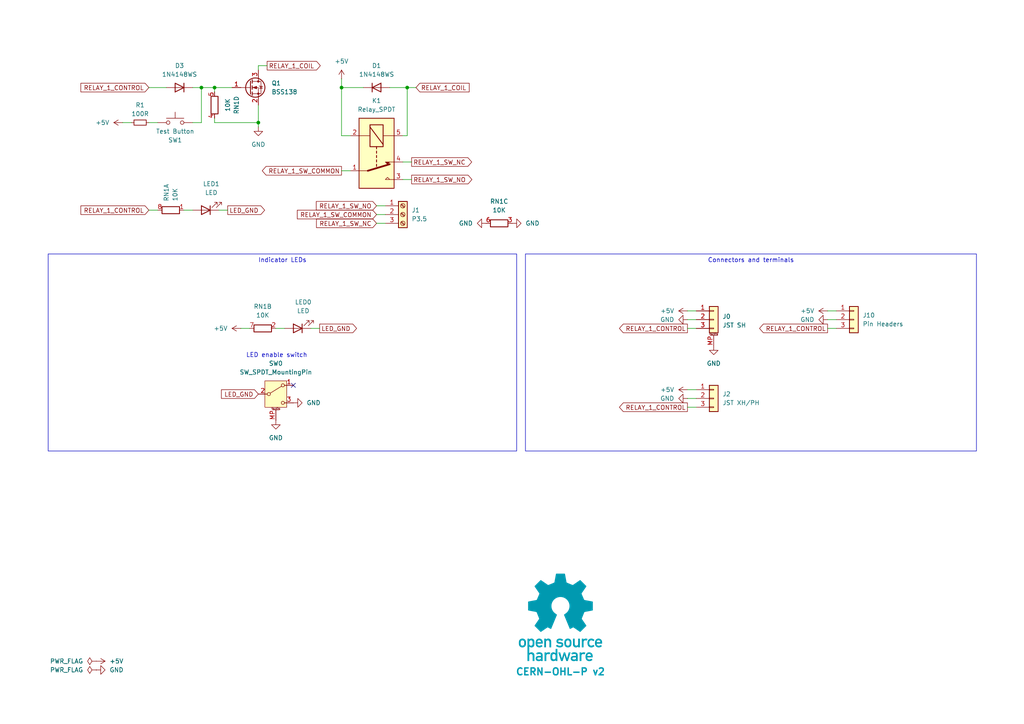
<source format=kicad_sch>
(kicad_sch (version 20231120) (generator "eeschema") (generator_version "8.0")
  (paper "A4")
  (lib_symbols
    (symbol "Connector:Screw_Terminal_01x03" (pin_names (offset 1.016) hide)
      (property "Reference" "J" (at 0 5.08 0))
      (property "Value" "Screw_Terminal_01x03" (at 0 -5.08 0))
      (symbol "Screw_Terminal_01x03_1_1"
        (rectangle (start -1.27 3.81) (end 1.27 -3.81) (stroke (width 0.254)) (fill (type background)))
        (circle (center 0 -2.54) (radius 0.635) (stroke (width 0.1524)))
        (polyline (pts (xy -0.5334 -2.2098) (xy 0.3302 -3.048)) (stroke (width 0.1524)))
        (polyline (pts (xy -0.5334 0.3302) (xy 0.3302 -0.508)) (stroke (width 0.1524)))
        (polyline (pts (xy -0.5334 2.8702) (xy 0.3302 2.032)) (stroke (width 0.1524)))
        (polyline (pts (xy -0.3556 -2.032) (xy 0.508 -2.8702)) (stroke (width 0.1524)))
        (polyline (pts (xy -0.3556 0.508) (xy 0.508 -0.3302)) (stroke (width 0.1524)))
        (polyline (pts (xy -0.3556 3.048) (xy 0.508 2.2098)) (stroke (width 0.1524)))
        (circle (center 0 0) (radius 0.635) (stroke (width 0.1524)))
        (circle (center 0 2.54) (radius 0.635) (stroke (width 0.1524)))
        (pin passive line (at -5.08 2.54 0) (length 3.81) (name "Pin_1") (number "1"))
        (pin passive line (at -5.08 0 0) (length 3.81) (name "Pin_2") (number "2"))
        (pin passive line (at -5.08 -2.54 0) (length 3.81) (name "Pin_3") (number "3"))
      )
    )
    (symbol "Connector_Generic:Conn_01x03" (pin_names (offset 1.016) hide)
      (property "Reference" "J" (at 0 5.08 0))
      (property "Value" "Conn_01x03" (at 0 -5.08 0))
      (symbol "Conn_01x03_1_1"
        (rectangle (start -1.27 -2.413) (end 0 -2.667) (stroke (width 0.1524)))
        (rectangle (start -1.27 0.127) (end 0 -0.127) (stroke (width 0.1524)))
        (rectangle (start -1.27 2.667) (end 0 2.413) (stroke (width 0.1524)))
        (rectangle (start -1.27 3.81) (end 1.27 -3.81) (stroke (width 0.254)) (fill (type background)))
        (pin passive line (at -5.08 2.54 0) (length 3.81) (name "Pin_1") (number "1"))
        (pin passive line (at -5.08 0 0) (length 3.81) (name "Pin_2") (number "2"))
        (pin passive line (at -5.08 -2.54 0) (length 3.81) (name "Pin_3") (number "3"))
      )
    )
    (symbol "Connector_Generic_MountingPin:Conn_01x03_MountingPin" (pin_names (offset 1.016) hide)
      (property "Reference" "J" (at 0 5.08 0))
      (property "Value" "Conn_01x03_MountingPin" (at 1.27 -5.08 0))
      (symbol "Conn_01x03_MountingPin_1_1"
        (rectangle (start -1.27 -2.413) (end 0 -2.667) (stroke (width 0.1524)))
        (rectangle (start -1.27 0.127) (end 0 -0.127) (stroke (width 0.1524)))
        (rectangle (start -1.27 2.667) (end 0 2.413) (stroke (width 0.1524)))
        (rectangle (start -1.27 3.81) (end 1.27 -3.81) (stroke (width 0.254)) (fill (type background)))
        (polyline (pts (xy -1.016 -4.572) (xy 1.016 -4.572)) (stroke (width 0.1524)))
        (text "Mounting" (at 0 -4.191 0) (effects (font (size 0.381 0.381))))
        (pin passive line (at -5.08 2.54 0) (length 3.81) (name "Pin_1") (number "1"))
        (pin passive line (at -5.08 0 0) (length 3.81) (name "Pin_2") (number "2"))
        (pin passive line (at -5.08 -2.54 0) (length 3.81) (name "Pin_3") (number "3"))
        (pin passive line (at 0 -7.62 90) (length 3.048) (name "MountPin") (number "MP"))
      )
    )
    (symbol "Device:LED" (pin_numbers hide) (pin_names (offset 1.016) hide)
      (property "Reference" "D" (at 0 2.54 0))
      (property "Value" "LED" (at 0 -2.54 0))
      (symbol "LED_0_1"
        (polyline (pts (xy -1.27 -1.27) (xy -1.27 1.27)) (stroke (width 0.254)))
        (polyline (pts (xy -1.27 0) (xy 1.27 0)))
        (polyline (pts (xy 1.27 -1.27) (xy 1.27 1.27) (xy -1.27 0) (xy 1.27 -1.27)) (stroke (width 0.254)))
        (polyline (pts (xy -3.048 -0.762) (xy -4.572 -2.286) (xy -3.81 -2.286) (xy -4.572 -2.286) (xy -4.572 -1.524)))
        (polyline (pts (xy -1.778 -0.762) (xy -3.302 -2.286) (xy -2.54 -2.286) (xy -3.302 -2.286) (xy -3.302 -1.524)))
      )
      (symbol "LED_1_1"
        (pin passive line (at -3.81 0 0) (length 2.54) (name "K") (number "1"))
        (pin passive line (at 3.81 0 180) (length 2.54) (name "A") (number "2"))
      )
    )
    (symbol "Device:R_Pack04_Split" (pin_names (offset 0) hide)
      (property "Reference" "RN" (at 2.032 0 90))
      (property "Value" "R_Pack04_Split" (at 0 0 90))
      (symbol "R_Pack04_Split_0_1"
        (rectangle (start 1.016 2.54) (end -1.016 -2.54) (stroke (width 0.254)))
      )
      (symbol "R_Pack04_Split_1_1"
        (pin passive line (at 0 -3.81 90) (length 1.27) (name "R1.1") (number "1"))
        (pin passive line (at 0 3.81 270) (length 1.27) (name "R1.2") (number "8"))
      )
      (symbol "R_Pack04_Split_2_1"
        (pin passive line (at 0 -3.81 90) (length 1.27) (name "R2.1") (number "2"))
        (pin passive line (at 0 3.81 270) (length 1.27) (name "R2.2") (number "7"))
      )
      (symbol "R_Pack04_Split_3_1"
        (pin passive line (at 0 -3.81 90) (length 1.27) (name "R3.1") (number "3"))
        (pin passive line (at 0 3.81 270) (length 1.27) (name "R3.2") (number "6"))
      )
      (symbol "R_Pack04_Split_4_1"
        (pin passive line (at 0 -3.81 90) (length 1.27) (name "R4.1") (number "4"))
        (pin passive line (at 0 3.81 270) (length 1.27) (name "R4.2") (number "5"))
      )
    )
    (symbol "Device:R_Small" (pin_numbers hide) (pin_names (offset 0.254) hide)
      (property "Reference" "R" (at 0.762 0.508 0))
      (property "Value" "R_Small" (at 0.762 -1.016 0))
      (symbol "R_Small_0_1"
        (rectangle (start -0.762 1.778) (end 0.762 -1.778) (stroke (width 0.2032)))
      )
      (symbol "R_Small_1_1"
        (pin passive line (at 0 2.54 270) (length 0.762) (name "~") (number "1"))
        (pin passive line (at 0 -2.54 90) (length 0.762) (name "~") (number "2"))
      )
    )
    (symbol "Diode:1N4148WS" (pin_numbers hide) (pin_names hide)
      (property "Reference" "D" (at 0 2.54 0))
      (property "Value" "1N4148WS" (at 0 -2.54 0))
      (symbol "1N4148WS_0_1"
        (polyline (pts (xy -1.27 1.27) (xy -1.27 -1.27)) (stroke (width 0.254)))
        (polyline (pts (xy 1.27 0) (xy -1.27 0)))
        (polyline (pts (xy 1.27 1.27) (xy 1.27 -1.27) (xy -1.27 0) (xy 1.27 1.27)) (stroke (width 0.254)))
      )
      (symbol "1N4148WS_1_1"
        (pin passive line (at -3.81 0 0) (length 2.54) (name "K") (number "1"))
        (pin passive line (at 3.81 0 180) (length 2.54) (name "A") (number "2"))
      )
    )
    (symbol "Relay:SANYOU_SRD_Form_C"
      (property "Reference" "K" (at 11.43 3.81 0))
      (property "Value" "SANYOU_SRD_Form_C" (at 11.43 1.27 0))
      (symbol "SANYOU_SRD_Form_C_0_0"
        (polyline (pts (xy 7.62 5.08) (xy 7.62 2.54) (xy 6.985 3.175) (xy 7.62 3.81)))
      )
      (symbol "SANYOU_SRD_Form_C_0_1"
        (rectangle (start -10.16 5.08) (end 10.16 -5.08) (stroke (width 0.254)) (fill (type background)))
        (rectangle (start -8.255 1.905) (end -1.905 -1.905) (stroke (width 0.254)))
        (polyline (pts (xy -7.62 -1.905) (xy -2.54 1.905)) (stroke (width 0.254)))
        (polyline (pts (xy -5.08 -5.08) (xy -5.08 -1.905)))
        (polyline (pts (xy -5.08 5.08) (xy -5.08 1.905)))
        (polyline (pts (xy -1.905 0) (xy -1.27 0)) (stroke (width 0.254)))
        (polyline (pts (xy -0.635 0) (xy 0 0)) (stroke (width 0.254)))
        (polyline (pts (xy 0.635 0) (xy 1.27 0)) (stroke (width 0.254)))
        (polyline (pts (xy 1.905 0) (xy 2.54 0)) (stroke (width 0.254)))
        (polyline (pts (xy 3.175 0) (xy 3.81 0)) (stroke (width 0.254)))
        (polyline (pts (xy 5.08 -2.54) (xy 3.175 3.81)) (stroke (width 0.508)))
        (polyline (pts (xy 5.08 -2.54) (xy 5.08 -5.08)))
      )
      (symbol "SANYOU_SRD_Form_C_1_1"
        (polyline (pts (xy 2.54 3.81) (xy 3.175 3.175) (xy 2.54 2.54) (xy 2.54 5.08)) (fill (type outline)))
        (pin passive line (at 5.08 -7.62 90) (length 2.54) (name "~") (number "1"))
        (pin passive line (at -5.08 -7.62 90) (length 2.54) (name "~") (number "2"))
        (pin passive line (at 7.62 7.62 270) (length 2.54) (name "~") (number "3"))
        (pin passive line (at 2.54 7.62 270) (length 2.54) (name "~") (number "4"))
        (pin passive line (at -5.08 7.62 270) (length 2.54) (name "~") (number "5"))
      )
    )
    (symbol "Switch:SW_Push" (pin_numbers hide) (pin_names (offset 1.016) hide)
      (property "Reference" "SW" (at 1.27 2.54 0))
      (property "Value" "SW_Push" (at 0 -1.524 0))
      (symbol "SW_Push_0_1"
        (circle (center -2.032 0) (radius 0.508))
        (polyline (pts (xy 0 1.27) (xy 0 3.048)))
        (polyline (pts (xy 2.54 1.27) (xy -2.54 1.27)))
        (circle (center 2.032 0) (radius 0.508))
        (pin passive line (at -5.08 0 0) (length 2.54) (name "1") (number "1"))
        (pin passive line (at 5.08 0 180) (length 2.54) (name "2") (number "2"))
      )
    )
    (symbol "Transistor_FET:BSS138" (pin_names hide)
      (property "Reference" "Q" (at 5.08 1.905 0))
      (property "Value" "BSS138" (at 5.08 0 0))
      (symbol "BSS138_0_1"
        (polyline (pts (xy 0.254 0) (xy -2.54 0)))
        (polyline (pts (xy 0.254 1.905) (xy 0.254 -1.905)) (stroke (width 0.254)))
        (polyline (pts (xy 0.762 -1.27) (xy 0.762 -2.286)) (stroke (width 0.254)))
        (polyline (pts (xy 0.762 0.508) (xy 0.762 -0.508)) (stroke (width 0.254)))
        (polyline (pts (xy 0.762 2.286) (xy 0.762 1.27)) (stroke (width 0.254)))
        (polyline (pts (xy 2.54 2.54) (xy 2.54 1.778)))
        (polyline (pts (xy 2.54 -2.54) (xy 2.54 0) (xy 0.762 0)))
        (polyline (pts (xy 0.762 -1.778) (xy 3.302 -1.778) (xy 3.302 1.778) (xy 0.762 1.778)))
        (polyline (pts (xy 1.016 0) (xy 2.032 0.381) (xy 2.032 -0.381) (xy 1.016 0)) (fill (type outline)))
        (polyline (pts (xy 2.794 0.508) (xy 2.921 0.381) (xy 3.683 0.381) (xy 3.81 0.254)))
        (polyline (pts (xy 3.302 0.381) (xy 2.921 -0.254) (xy 3.683 -0.254) (xy 3.302 0.381)))
        (circle (center 1.651 0) (radius 2.794) (stroke (width 0.254)))
        (circle (center 2.54 -1.778) (radius 0.254) (fill (type outline)))
        (circle (center 2.54 1.778) (radius 0.254) (fill (type outline)))
      )
      (symbol "BSS138_1_1"
        (pin input line (at -5.08 0 0) (length 2.54) (name "G") (number "1"))
        (pin passive line (at 2.54 -5.08 90) (length 2.54) (name "S") (number "2"))
        (pin passive line (at 2.54 5.08 270) (length 2.54) (name "D") (number "3"))
      )
    )
    (symbol "custom:SW_SPDT_MountingPin" (pin_names (offset 0) hide)
      (property "Reference" "SW" (at 0 5.08 0))
      (property "Value" "SW_SPDT_MountingPin" (at 0 -5.08 0))
      (symbol "SW_SPDT_MountingPin_0_1"
        (circle (center -2.032 0) (radius 0.4572))
        (polyline (pts (xy -1.651 0.254) (xy 1.651 2.286)))
        (circle (center 2.032 -2.54) (radius 0.4572))
        (circle (center 2.032 2.54) (radius 0.4572))
      )
      (symbol "SW_SPDT_MountingPin_1_1"
        (rectangle (start -3.175 3.81) (end 3.175 -3.81) (fill (type background)))
        (polyline (pts (xy -1.016 -4.572) (xy 1.016 -4.572)) (stroke (width 0.1524)))
        (text "Mounting" (at 0 -4.191 0) (effects (font (size 0.381 0.381))))
        (pin passive line (at 5.08 2.54 180) (length 2.54) (name "A") (number "1"))
        (pin passive line (at -5.08 0 0) (length 2.54) (name "B") (number "2"))
        (pin passive line (at 5.08 -2.54 180) (length 2.54) (name "C") (number "3"))
        (pin passive line (at 0 -7.62 90) (length 3.048) (name "MountPin") (number "MP"))
      )
    )
    (symbol "power:+5V" (power) (pin_numbers hide) (pin_names (offset 0) hide)
      (property "Value" "+5V" (at 0 3.556 0))
      (symbol "+5V_0_1"
        (polyline (pts (xy -0.762 1.27) (xy 0 2.54)))
        (polyline (pts (xy 0 0) (xy 0 2.54)))
        (polyline (pts (xy 0 2.54) (xy 0.762 1.27)))
      )
      (symbol "+5V_1_1"
        (pin power_in line (at 0 0 90) (length 0) (name "~") (number "1"))
      )
    )
    (symbol "power:GND" (power) (pin_numbers hide) (pin_names (offset 0) hide)
      (property "Value" "GND" (at 0 -3.81 0))
      (symbol "GND_0_1"
        (polyline (pts (xy 0 0) (xy 0 -1.27) (xy 1.27 -1.27) (xy 0 -2.54) (xy -1.27 -1.27) (xy 0 -1.27)))
      )
      (symbol "GND_1_1"
        (pin power_in line (at 0 0 270) (length 0) (name "~") (number "1"))
      )
    )
    (symbol "power:PWR_FLAG" (power) (pin_numbers hide) (pin_names (offset 0) hide)
      (property "Value" "PWR_FLAG" (at 0 3.81 0))
      (symbol "PWR_FLAG_0_0"
        (pin power_out line (at 0 0 90) (length 0) (name "~") (number "1"))
      )
      (symbol "PWR_FLAG_0_1"
        (polyline (pts (xy 0 0) (xy 0 1.27) (xy -1.016 1.905) (xy 0 2.54) (xy 1.016 1.905) (xy 0 1.27)))
      )
    )
    (symbol "power:VCC" (power) (pin_numbers hide) (pin_names (offset 0) hide)
      (property "Value" "VCC" (at 0 3.556 0))
      (symbol "VCC_0_1"
        (polyline (pts (xy -0.762 1.27) (xy 0 2.54)))
        (polyline (pts (xy 0 0) (xy 0 2.54)))
        (polyline (pts (xy 0 2.54) (xy 0.762 1.27)))
      )
      (symbol "VCC_1_1"
        (pin power_in line (at 0 0 90) (length 0) (name "~") (number "1"))
      )
    )
  )
  (junction (at 74.93 35.56))
  (junction (at 99.06 25.4))
  (junction (at 118.11 25.4))
  (junction (at 62.23 25.4))
  (junction (at 58.42 25.4))
  (no_connect (at 85.09 111.76))
  (wire (pts (xy 113.03 25.4) (xy 118.11 25.4)))
  (wire (pts (xy 201.93 115.57) (xy 199.39 115.57)))
  (wire (pts (xy 43.18 25.4) (xy 48.26 25.4)))
  (wire (pts (xy 116.84 46.99) (xy 119.38 46.99)))
  (wire (pts (xy 242.57 90.17) (xy 240.03 90.17)))
  (wire (pts (xy 55.88 25.4) (xy 58.42 25.4)))
  (wire (pts (xy 58.42 25.4) (xy 62.23 25.4)))
  (wire (pts (xy 118.11 25.4) (xy 118.11 39.37)))
  (wire (pts (xy 62.23 25.4) (xy 67.31 25.4)))
  (wire (pts (xy 43.18 35.56) (xy 45.72 35.56)))
  (wire (pts (xy 201.93 92.71) (xy 199.39 92.71)))
  (wire (pts (xy 80.01 95.25) (xy 82.55 95.25)))
  (wire (pts (xy 74.93 30.48) (xy 74.93 35.56)))
  (wire (pts (xy 109.22 64.77) (xy 111.76 64.77)))
  (wire (pts (xy 99.06 49.53) (xy 101.6 49.53)))
  (wire (pts (xy 58.42 35.56) (xy 58.42 25.4)))
  (wire (pts (xy 74.93 35.56) (xy 74.93 36.83)))
  (wire (pts (xy 35.56 35.56) (xy 38.1 35.56)))
  (wire (pts (xy 119.38 52.07) (xy 116.84 52.07)))
  (wire (pts (xy 109.22 59.69) (xy 111.76 59.69)))
  (wire (pts (xy 99.06 25.4) (xy 105.41 25.4)))
  (wire (pts (xy 53.34 60.96) (xy 55.88 60.96)))
  (wire (pts (xy 92.71 95.25) (xy 90.17 95.25)))
  (wire (pts (xy 118.11 25.4) (xy 120.65 25.4)))
  (wire (pts (xy 99.06 22.86) (xy 99.06 25.4)))
  (wire (pts (xy 99.06 39.37) (xy 99.06 25.4)))
  (wire (pts (xy 201.93 90.17) (xy 199.39 90.17)))
  (wire (pts (xy 242.57 92.71) (xy 240.03 92.71)))
  (wire (pts (xy 69.85 95.25) (xy 72.39 95.25)))
  (wire (pts (xy 201.93 113.03) (xy 199.39 113.03)))
  (wire (pts (xy 74.93 19.05) (xy 74.93 20.32)))
  (wire (pts (xy 118.11 39.37) (xy 116.84 39.37)))
  (wire (pts (xy 62.23 34.29) (xy 62.23 35.56)))
  (wire (pts (xy 62.23 25.4) (xy 62.23 26.67)))
  (wire (pts (xy 242.57 95.25) (xy 240.03 95.25)))
  (wire (pts (xy 62.23 35.56) (xy 74.93 35.56)))
  (wire (pts (xy 77.47 19.05) (xy 74.93 19.05)))
  (wire (pts (xy 43.18 60.96) (xy 45.72 60.96)))
  (wire (pts (xy 109.22 62.23) (xy 111.76 62.23)))
  (wire (pts (xy 55.88 35.56) (xy 58.42 35.56)))
  (wire (pts (xy 101.6 39.37) (xy 99.06 39.37)))
  (wire (pts (xy 201.93 95.25) (xy 199.39 95.25)))
  (wire (pts (xy 201.93 118.11) (xy 199.39 118.11)))
  (wire (pts (xy 66.04 60.96) (xy 63.5 60.96)))
  (image (at 162.56 179.07) (scale 0.37481))
  (text_box "Indicator LEDs" (at 13.97 73.66 0) (size 135.89 57.15) (effects (font (size 1.27 1.27)) (justify top)))
  (text_box "Connectors and terminals" (at 152.4 73.66 0) (size 130.81 57.15) (effects (font (size 1.27 1.27)) (justify top)))
  (text "CERN-OHL-P v2" (at 162.56 195.072 0) (effects (font (size 2 2) (thickness 0.4) (bold yes))))
  (text "LED enable switch" (at 80.264 103.124 0) (effects (font (size 1.27 1.27))))
  (global_label "RELAY_1_CONTROL" (shape output) (at 199.39 95.25 180) (property "Intersheetrefs" "${INTERSHEET_REFS}" (effects (hide yes))))
  (global_label "RELAY_1_CONTROL" (shape input) (at 43.18 25.4 180) (property "Intersheetrefs" "${INTERSHEET_REFS}" (effects (hide yes))))
  (global_label "LED_GND" (shape input) (at 74.93 114.3 180) (property "Intersheetrefs" "${INTERSHEET_REFS}" (effects (hide yes))))
  (global_label "RELAY_1_CONTROL" (shape output) (at 199.39 118.11 180) (property "Intersheetrefs" "${INTERSHEET_REFS}" (effects (hide yes))))
  (global_label "LED_GND" (shape output) (at 92.71 95.25 0) (property "Intersheetrefs" "${INTERSHEET_REFS}" (effects (hide yes))))
  (global_label "RELAY_1_SW_NO" (shape output) (at 119.38 52.07 0) (property "Intersheetrefs" "${INTERSHEET_REFS}" (effects (hide yes))))
  (global_label "RELAY_1_SW_COMMON" (shape input) (at 109.22 62.23 180) (property "Intersheetrefs" "${INTERSHEET_REFS}" (effects (hide yes))))
  (global_label "RELAY_1_CONTROL" (shape input) (at 43.18 60.96 180) (property "Intersheetrefs" "${INTERSHEET_REFS}" (effects (hide yes))))
  (global_label "RELAY_1_SW_NC" (shape input) (at 109.22 64.77 180) (property "Intersheetrefs" "${INTERSHEET_REFS}" (effects (hide yes))))
  (global_label "LED_GND" (shape output) (at 66.04 60.96 0) (property "Intersheetrefs" "${INTERSHEET_REFS}" (effects (hide yes))))
  (global_label "RELAY_1_SW_NO" (shape input) (at 109.22 59.69 180) (property "Intersheetrefs" "${INTERSHEET_REFS}" (effects (hide yes))))
  (global_label "RELAY_1_COIL" (shape output) (at 77.47 19.05 0) (property "Intersheetrefs" "${INTERSHEET_REFS}" (effects (hide yes))))
  (global_label "RELAY_1_SW_NC" (shape output) (at 119.38 46.99 0) (property "Intersheetrefs" "${INTERSHEET_REFS}" (effects (hide yes))))
  (global_label "RELAY_1_SW_COMMON" (shape output) (at 99.06 49.53 180) (property "Intersheetrefs" "${INTERSHEET_REFS}" (effects (hide yes))))
  (global_label "RELAY_1_CONTROL" (shape output) (at 240.03 95.25 180) (property "Intersheetrefs" "${INTERSHEET_REFS}" (effects (hide yes))))
  (global_label "RELAY_1_COIL" (shape input) (at 120.65 25.4 0) (property "Intersheetrefs" "${INTERSHEET_REFS}" (effects (hide yes))))
  (symbol (lib_id "Connector_Generic:Conn_01x03") (at 247.65 92.71 0) (unit 1)
    (property "Reference" "J10" (at 250.19 91.4399 0) (effects (justify left)))
    (property "Value" "Pin Headers" (at 250.19 93.9799 0) (effects (justify left)))
    (property "Footprint" "custom:PinHeader_1x03_P2.54mm_Vertical_simple_pad2gnd" (effects (hide yes)))
    (property "Description" "Generic connector, single row, 01x03, script generated (kicad-library-utils/schlib/autogen/connector/)" (effects (hide yes)))
  )
  (symbol (lib_id "power:GND") (at 80.01 121.92 0) (unit 1)
    (property "Reference" "#PWR016" (effects (hide yes)))
    (property "Value" "GND" (at 80.01 127 0))
    (property "Description" "Power symbol creates a global label with name \"GND\" , ground" (effects (hide yes)))
  )
  (symbol (lib_id "power:GND") (at 85.09 116.84 90) (unit 1)
    (property "Reference" "#PWR07" (effects (hide yes)))
    (property "Value" "GND" (at 88.9 116.8399 90) (effects (justify right)))
    (property "Description" "Power symbol creates a global label with name \"GND\" , ground" (effects (hide yes)))
  )
  (symbol (lib_id "Device:LED") (at 59.69 60.96 180) (unit 1)
    (property "Reference" "LED1" (at 61.2775 53.34 0))
    (property "Value" "LED" (at 61.2775 55.88 0))
    (property "Footprint" "custom:LED_0805_2012Metric_Pad1.15x1.40mm_HandSolder_simple" (effects (hide yes)))
    (property "Description" "Light emitting diode" (effects (hide yes)))
  )
  (symbol (lib_id "Diode:1N4148WS") (at 109.22 25.4 0) (unit 1)
    (property "Reference" "D1" (at 109.22 19.05 0))
    (property "Value" "1N4148WS" (at 109.22 21.59 0))
    (property "Footprint" "custom:D_SOD-323_HandSoldering_simple" (effects (hide yes)))
    (property "Datasheet" "https://www.vishay.com/docs/85751/1n4148ws.pdf" (effects (hide yes)))
    (property "Description" "75V 0.15A Fast switching Diode, SOD-323" (effects (hide yes)))
    (property "Sim.Device" "D" (effects (hide yes)))
    (property "Sim.Pins" "1=K 2=A" (effects (hide yes)))
  )
  (symbol (lib_id "Device:LED") (at 86.36 95.25 180) (unit 1)
    (property "Reference" "LED0" (at 87.9475 87.63 0))
    (property "Value" "LED" (at 87.9475 90.17 0))
    (property "Footprint" "custom:LED_0805_2012Metric_Pad1.15x1.40mm_HandSolder_simple" (effects (hide yes)))
    (property "Description" "Light emitting diode" (effects (hide yes)))
  )
  (symbol (lib_id "power:VCC") (at 27.94 191.77 270) (unit 1)
    (property "Reference" "#PWR01" (effects (hide yes)))
    (property "Value" "+5V" (at 31.75 191.7699 90) (effects (justify left)))
    (property "Description" "Power symbol creates a global label with name \"VCC\"" (effects (hide yes)))
  )
  (symbol (lib_id "Device:R_Pack04_Split") (at 76.2 95.25 90) (unit 2)
    (property "Reference" "RN1" (at 76.2 88.9 90))
    (property "Value" "10K" (at 76.2 91.44 90))
    (property "Footprint" "Resistor_SMD:R_Array_Convex_4x0603" (effects (hide yes)))
    (property "Description" "4 resistor network, parallel topology, split" (effects (hide yes)))
  )
  (symbol (lib_id "power:GND") (at 240.03 92.71 270) (mirror x) (unit 1)
    (property "Reference" "#PWR015" (effects (hide yes)))
    (property "Value" "GND" (at 236.22 92.7099 90) (effects (justify right)))
    (property "Description" "Power symbol creates a global label with name \"GND\" , ground" (effects (hide yes)))
  )
  (symbol (lib_id "power:GND") (at 140.97 64.77 270) (unit 1)
    (property "Reference" "#PWR017" (effects (hide yes)))
    (property "Value" "GND" (at 137.16 64.7699 90) (effects (justify right)))
    (property "Description" "Power symbol creates a global label with name \"GND\" , ground" (effects (hide yes)))
  )
  (symbol (lib_id "power:+5V") (at 199.39 113.03 90) (unit 1)
    (property "Reference" "#PWR010" (effects (hide yes)))
    (property "Value" "+5V" (at 195.58 113.0299 90) (effects (justify left)))
    (property "Description" "Power symbol creates a global label with name \"+5V\"" (effects (hide yes)))
  )
  (symbol (lib_id "Connector_Generic:Conn_01x03") (at 207.01 115.57 0) (unit 1)
    (property "Reference" "J2" (at 209.55 114.2999 0) (effects (justify left)))
    (property "Value" "JST XH/PH" (at 209.55 116.8399 0) (effects (justify left)))
    (property "Footprint" "custom:Conn_Combo_JST-1x03-XH_PH-THT_pad2gnd" (effects (hide yes)))
    (property "Description" "Generic connector, single row, 01x03, script generated (kicad-library-utils/schlib/autogen/connector/)" (effects (hide yes)))
  )
  (symbol (lib_id "power:GND") (at 27.94 194.31 90) (unit 1)
    (property "Reference" "#PWR02" (effects (hide yes)))
    (property "Value" "GND" (at 31.75 194.3099 90) (effects (justify right)))
    (property "Description" "Power symbol creates a global label with name \"GND\" , ground" (effects (hide yes)))
  )
  (symbol (lib_id "power:+5V") (at 99.06 22.86 0) (unit 1)
    (property "Reference" "#PWR04" (effects (hide yes)))
    (property "Value" "+5V" (at 99.06 17.78 0))
    (property "Description" "Power symbol creates a global label with name \"+5V\"" (effects (hide yes)))
  )
  (symbol (lib_id "power:GND") (at 74.93 36.83 0) (unit 1)
    (property "Reference" "#PWR03" (effects (hide yes)))
    (property "Value" "GND" (at 74.93 41.91 0))
    (property "Description" "Power symbol creates a global label with name \"GND\" , ground" (effects (hide yes)))
  )
  (symbol (lib_id "Relay:SANYOU_SRD_Form_C") (at 109.22 44.45 270) (unit 1)
    (property "Reference" "K1" (at 109.22 29.21 90))
    (property "Value" "Relay_SPDT" (at 109.22 31.75 90))
    (property "Footprint" "Relay_THT:Relay_SPDT_SANYOU_SRD_Series_Form_C" (effects (hide yes)))
    (property "Datasheet" "http://www.sanyourelay.ca/public/products/pdf/SRD.pdf" (effects (hide yes)))
    (property "Description" "Sanyo SRD relay, Single Pole Miniature Power Relay," (effects (hide yes)))
  )
  (symbol (lib_id "Connector:Screw_Terminal_01x03") (at 116.84 62.23 0) (unit 1)
    (property "Reference" "J1" (at 119.38 60.9599 0) (effects (justify left)))
    (property "Value" "P3.5" (at 119.38 63.4999 0) (effects (justify left)))
    (property "Footprint" "custom:Conn_Combo_TerminalBlock_P3.5_JST-XH_PH_1x03" (effects (hide yes)))
    (property "Description" "Generic screw terminal, single row, 01x03, script generated (kicad-library-utils/schlib/autogen/connector/)" (effects (hide yes)))
  )
  (symbol (lib_id "Connector_Generic_MountingPin:Conn_01x03_MountingPin") (at 207.01 92.71 0) (unit 1)
    (property "Reference" "J0" (at 209.55 91.7955 0) (effects (justify left)))
    (property "Value" "JST SH" (at 209.55 94.3355 0) (effects (justify left)))
    (property "Footprint" "custom:JST_SH_SM03B-SRSS-TB_1x03-1MP_P1.00mm_Horizontal" (effects (hide yes)))
    (property "Description" "Generic connectable mounting pin connector, single row, 01x03, script generated (kicad-library-utils/schlib/autogen/connector/)" (effects (hide yes)))
  )
  (symbol (lib_id "Device:R_Pack04_Split") (at 144.78 64.77 90) (unit 3)
    (property "Reference" "RN1" (at 144.78 58.42 90))
    (property "Value" "10K" (at 144.78 60.96 90))
    (property "Footprint" "Resistor_SMD:R_Array_Convex_4x0603" (effects (hide yes)))
    (property "Description" "4 resistor network, parallel topology, split" (effects (hide yes)))
  )
  (symbol (lib_id "power:PWR_FLAG") (at 27.94 191.77 90) (unit 1)
    (property "Reference" "#FLG01" (effects (hide yes)))
    (property "Value" "PWR_FLAG" (at 24.13 191.7699 90) (effects (justify left)))
    (property "Description" "Special symbol for telling ERC where power comes from" (effects (hide yes)))
  )
  (symbol (lib_id "Device:R_Small") (at 40.64 35.56 270) (unit 1)
    (property "Reference" "R1" (at 40.64 30.48 90))
    (property "Value" "100R" (at 40.64 33.02 90))
    (property "Footprint" "Resistor_SMD:R_0805_2012Metric_Pad1.20x1.40mm_HandSolder" (effects (hide yes)))
    (property "Description" "Resistor, small symbol" (effects (hide yes)))
  )
  (symbol (lib_id "power:+5V") (at 199.39 90.17 90) (unit 1)
    (property "Reference" "#PWR05" (effects (hide yes)))
    (property "Value" "+5V" (at 195.58 90.1699 90) (effects (justify left)))
    (property "Description" "Power symbol creates a global label with name \"+5V\"" (effects (hide yes)))
  )
  (symbol (lib_id "Transistor_FET:BSS138") (at 72.39 25.4 0) (unit 1)
    (property "Reference" "Q1" (at 78.74 24.1299 0) (effects (justify left)))
    (property "Value" "BSS138" (at 78.74 26.6699 0) (effects (justify left)))
    (property "Footprint" "custom:SOT-23_simple" (effects (hide yes)))
    (property "Datasheet" "https://www.onsemi.com/pub/Collateral/BSS138-D.PDF" (effects (hide yes)))
    (property "Description" "50V Vds, 0.22A Id, N-Channel MOSFET, SOT-23" (effects (hide yes)))
  )
  (symbol (lib_id "power:GND") (at 207.01 100.33 0) (mirror y) (unit 1)
    (property "Reference" "#PWR013" (effects (hide yes)))
    (property "Value" "GND" (at 207.01 105.41 0))
    (property "Description" "Power symbol creates a global label with name \"GND\" , ground" (effects (hide yes)))
  )
  (symbol (lib_id "power:GND") (at 148.59 64.77 90) (unit 1)
    (property "Reference" "#PWR012" (effects (hide yes)))
    (property "Value" "GND" (at 152.4 64.7699 90) (effects (justify right)))
    (property "Description" "Power symbol creates a global label with name \"GND\" , ground" (effects (hide yes)))
  )
  (symbol (lib_id "power:GND") (at 199.39 92.71 270) (mirror x) (unit 1)
    (property "Reference" "#PWR06" (effects (hide yes)))
    (property "Value" "GND" (at 195.58 92.7099 90) (effects (justify right)))
    (property "Description" "Power symbol creates a global label with name \"GND\" , ground" (effects (hide yes)))
  )
  (symbol (lib_id "power:+5V") (at 69.85 95.25 90) (unit 1)
    (property "Reference" "#PWR08" (effects (hide yes)))
    (property "Value" "+5V" (at 66.04 95.2499 90) (effects (justify left)))
    (property "Description" "Power symbol creates a global label with name \"+5V\"" (effects (hide yes)))
  )
  (symbol (lib_id "power:PWR_FLAG") (at 27.94 194.31 90) (unit 1)
    (property "Reference" "#FLG02" (effects (hide yes)))
    (property "Value" "PWR_FLAG" (at 24.13 194.3099 90) (effects (justify left)))
    (property "Description" "Special symbol for telling ERC where power comes from" (effects (hide yes)))
  )
  (symbol (lib_id "power:+5V") (at 240.03 90.17 90) (unit 1)
    (property "Reference" "#PWR014" (effects (hide yes)))
    (property "Value" "+5V" (at 236.22 90.1699 90) (effects (justify left)))
    (property "Description" "Power symbol creates a global label with name \"+5V\"" (effects (hide yes)))
  )
  (symbol (lib_id "custom:SW_SPDT_MountingPin") (at 80.01 114.3 0) (unit 1)
    (property "Reference" "SW0" (at 80.01 105.41 0))
    (property "Value" "SW_SPDT_MountingPin" (at 80.01 107.95 0))
    (property "Footprint" "lcsc:SW-SMD_3P-P1.50_L2.7-W6.6" (effects (hide yes)))
    (property "Description" "Switch, single pole double throw" (effects (hide yes)))
  )
  (symbol (lib_id "Switch:SW_Push") (at 50.8 35.56 0) (mirror y) (unit 1)
    (property "Reference" "SW1" (at 50.8 40.64 0))
    (property "Value" "Test Button" (at 50.8 38.1 0))
    (property "Footprint" "lcsc:SW-SMD_BZCN_TSA002A35XXX" (effects (hide yes)))
    (property "Description" "Push button switch, generic, two pins" (effects (hide yes)))
  )
  (symbol (lib_id "Diode:1N4148WS") (at 52.07 25.4 180) (unit 1)
    (property "Reference" "D3" (at 52.07 19.05 0))
    (property "Value" "1N4148WS" (at 52.07 21.59 0))
    (property "Footprint" "custom:D_SOD-323_HandSoldering_simple" (effects (hide yes)))
    (property "Datasheet" "https://www.vishay.com/docs/85751/1n4148ws.pdf" (effects (hide yes)))
    (property "Description" "75V 0.15A Fast switching Diode, SOD-323" (effects (hide yes)))
    (property "Sim.Device" "D" (effects (hide yes)))
    (property "Sim.Pins" "1=K 2=A" (effects (hide yes)))
  )
  (symbol (lib_id "power:+5V") (at 35.56 35.56 90) (unit 1)
    (property "Reference" "#PWR09" (effects (hide yes)))
    (property "Value" "+5V" (at 31.75 35.5599 90) (effects (justify left)))
    (property "Description" "Power symbol creates a global label with name \"+5V\"" (effects (hide yes)))
  )
  (symbol (lib_id "Device:R_Pack04_Split") (at 49.53 60.96 90) (unit 1)
    (property "Reference" "RN1" (at 48.2599 58.42 0) (effects (justify left)))
    (property "Value" "10K" (at 50.7999 58.42 0) (effects (justify left)))
    (property "Footprint" "Resistor_SMD:R_Array_Convex_4x0603" (effects (hide yes)))
    (property "Description" "4 resistor network, parallel topology, split" (effects (hide yes)))
  )
  (symbol (lib_id "Device:R_Pack04_Split") (at 62.23 30.48 0) (unit 4)
    (property "Reference" "RN1" (at 68.58 30.48 90))
    (property "Value" "10K" (at 66.04 30.48 90))
    (property "Footprint" "Resistor_SMD:R_Array_Convex_4x0603" (effects (hide yes)))
    (property "Description" "4 resistor network, parallel topology, split" (effects (hide yes)))
  )
  (symbol (lib_id "power:GND") (at 199.39 115.57 270) (mirror x) (unit 1)
    (property "Reference" "#PWR011" (effects (hide yes)))
    (property "Value" "GND" (at 195.58 115.5699 90) (effects (justify right)))
    (property "Description" "Power symbol creates a global label with name \"GND\" , ground" (effects (hide yes)))
  )
)
</source>
